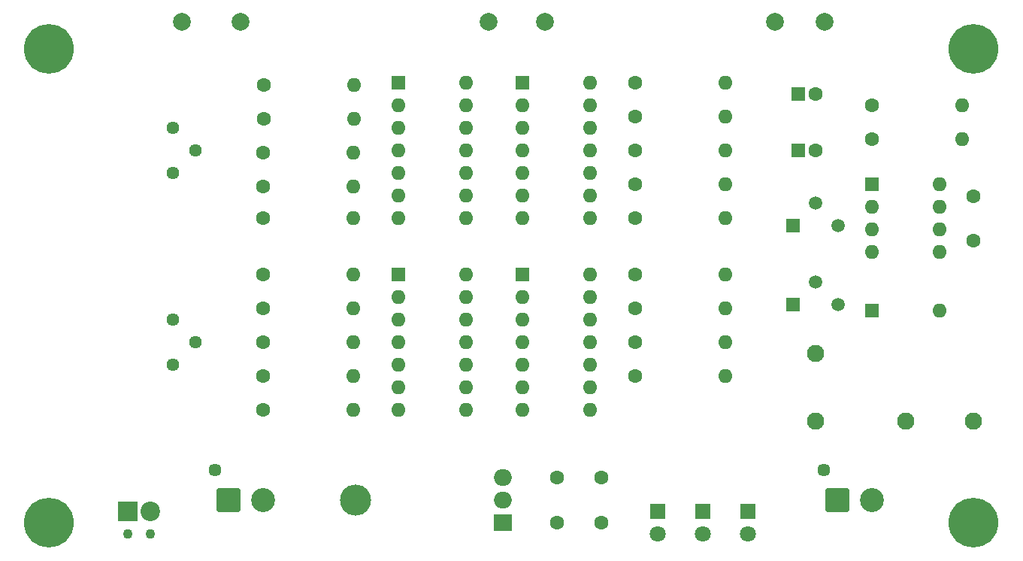
<source format=gts>
%TF.GenerationSoftware,KiCad,Pcbnew,7.0.8*%
%TF.CreationDate,2024-06-10T01:14:45+01:00*%
%TF.ProjectId,BSPD_ManchesterStingerMotorsports,42535044-5f4d-4616-9e63-686573746572,V3.0*%
%TF.SameCoordinates,Original*%
%TF.FileFunction,Soldermask,Top*%
%TF.FilePolarity,Negative*%
%FSLAX46Y46*%
G04 Gerber Fmt 4.6, Leading zero omitted, Abs format (unit mm)*
G04 Created by KiCad (PCBNEW 7.0.8) date 2024-06-10 01:14:45*
%MOMM*%
%LPD*%
G01*
G04 APERTURE LIST*
G04 Aperture macros list*
%AMRoundRect*
0 Rectangle with rounded corners*
0 $1 Rounding radius*
0 $2 $3 $4 $5 $6 $7 $8 $9 X,Y pos of 4 corners*
0 Add a 4 corners polygon primitive as box body*
4,1,4,$2,$3,$4,$5,$6,$7,$8,$9,$2,$3,0*
0 Add four circle primitives for the rounded corners*
1,1,$1+$1,$2,$3*
1,1,$1+$1,$4,$5*
1,1,$1+$1,$6,$7*
1,1,$1+$1,$8,$9*
0 Add four rect primitives between the rounded corners*
20,1,$1+$1,$2,$3,$4,$5,0*
20,1,$1+$1,$4,$5,$6,$7,0*
20,1,$1+$1,$6,$7,$8,$9,0*
20,1,$1+$1,$8,$9,$2,$3,0*%
G04 Aperture macros list end*
%ADD10R,1.600000X1.600000*%
%ADD11O,1.600000X1.600000*%
%ADD12C,1.600000*%
%ADD13R,1.800000X1.800000*%
%ADD14C,1.800000*%
%ADD15R,1.500000X1.500000*%
%ADD16C,1.500000*%
%ADD17C,1.440000*%
%ADD18C,5.600000*%
%ADD19C,1.100000*%
%ADD20R,2.200000X2.200000*%
%ADD21C,2.200000*%
%ADD22C,2.000000*%
%ADD23C,1.450000*%
%ADD24RoundRect,0.250001X-1.099999X-1.099999X1.099999X-1.099999X1.099999X1.099999X-1.099999X1.099999X0*%
%ADD25C,2.700000*%
%ADD26O,3.500000X3.500000*%
%ADD27R,2.000000X1.905000*%
%ADD28O,2.000000X1.905000*%
%ADD29C,1.950000*%
G04 APERTURE END LIST*
D10*
%TO.C,U4*%
X58420000Y54610000D03*
D11*
X58420000Y52070000D03*
X58420000Y49530000D03*
X58420000Y46990000D03*
X58420000Y44450000D03*
X58420000Y41910000D03*
X58420000Y39370000D03*
X66040000Y39370000D03*
X66040000Y41910000D03*
X66040000Y44450000D03*
X66040000Y46990000D03*
X66040000Y49530000D03*
X66040000Y52070000D03*
X66040000Y54610000D03*
%TD*%
D12*
%TO.C,R13*%
X71120000Y39370000D03*
D11*
X81280000Y39370000D03*
%TD*%
D12*
%TO.C,R12*%
X71120000Y25400000D03*
D11*
X81280000Y25400000D03*
%TD*%
D13*
%TO.C,D1*%
X73660000Y6350000D03*
D14*
X73660000Y3810000D03*
%TD*%
D15*
%TO.C,Q1*%
X88890000Y38520000D03*
D16*
X91430000Y41060000D03*
X93970000Y38520000D03*
%TD*%
D10*
%TO.C,C4*%
X89440000Y46990000D03*
D12*
X91440000Y46990000D03*
%TD*%
D17*
%TO.C,RV2*%
X19050000Y22860000D03*
X21590000Y25400000D03*
X19050000Y27940000D03*
%TD*%
D13*
%TO.C,D2*%
X78740000Y6350000D03*
D14*
X78740000Y3810000D03*
%TD*%
D10*
%TO.C,U2*%
X44450000Y33025000D03*
D11*
X44450000Y30485000D03*
X44450000Y27945000D03*
X44450000Y25405000D03*
X44450000Y22865000D03*
X44450000Y20325000D03*
X44450000Y17785000D03*
X52070000Y17785000D03*
X52070000Y20325000D03*
X52070000Y22865000D03*
X52070000Y25405000D03*
X52070000Y27945000D03*
X52070000Y30485000D03*
X52070000Y33025000D03*
%TD*%
D18*
%TO.C,H4*%
X5080000Y5080000D03*
%TD*%
D12*
%TO.C,C3*%
X62270000Y10160000D03*
X67270000Y10160000D03*
%TD*%
D19*
%TO.C,J2*%
X13970000Y3810000D03*
X16510000Y3810000D03*
D20*
X13970000Y6350000D03*
D21*
X16510000Y6350000D03*
%TD*%
D22*
%TO.C,TP2*%
X20066000Y61468000D03*
%TD*%
D23*
%TO.C,J3*%
X92330000Y11020000D03*
D24*
X93830000Y7620000D03*
D25*
X97790000Y7620000D03*
%TD*%
D12*
%TO.C,R4*%
X29210000Y21590000D03*
D11*
X39370000Y21590000D03*
%TD*%
D10*
%TO.C,D4*%
X97790000Y28956000D03*
D11*
X105410000Y28956000D03*
%TD*%
D10*
%TO.C,C1*%
X89440000Y53340000D03*
D12*
X91440000Y53340000D03*
%TD*%
%TO.C,C5*%
X109220000Y36870000D03*
X109220000Y41870000D03*
%TD*%
D22*
%TO.C,TP3*%
X60960000Y61468000D03*
%TD*%
%TO.C,TP6*%
X92456000Y61468000D03*
%TD*%
D12*
%TO.C,R9*%
X29210000Y42940000D03*
D11*
X39370000Y42940000D03*
%TD*%
D12*
%TO.C,R19*%
X97790000Y48260000D03*
D11*
X107950000Y48260000D03*
%TD*%
D26*
%TO.C,U5*%
X39560000Y7620000D03*
D27*
X56220000Y5080000D03*
D28*
X56220000Y7620000D03*
X56220000Y10160000D03*
%TD*%
D12*
%TO.C,R15*%
X71120000Y46990000D03*
D11*
X81280000Y46990000D03*
%TD*%
D12*
%TO.C,R5*%
X29220000Y50565000D03*
D11*
X39380000Y50565000D03*
%TD*%
D12*
%TO.C,R6*%
X29210000Y17780000D03*
D11*
X39370000Y17780000D03*
%TD*%
D12*
%TO.C,C2*%
X62270000Y5080000D03*
X67270000Y5080000D03*
%TD*%
D23*
%TO.C,J1*%
X23750000Y11020000D03*
D24*
X25250000Y7620000D03*
D25*
X29210000Y7620000D03*
%TD*%
D13*
%TO.C,D3*%
X83820000Y6350000D03*
D14*
X83820000Y3810000D03*
%TD*%
D12*
%TO.C,R10*%
X29210000Y25400000D03*
D11*
X39370000Y25400000D03*
%TD*%
D18*
%TO.C,H3*%
X5080000Y58420000D03*
%TD*%
D10*
%TO.C,U6*%
X97790000Y43180000D03*
D11*
X97790000Y40640000D03*
X97790000Y38100000D03*
X97790000Y35560000D03*
X105410000Y35560000D03*
X105410000Y38100000D03*
X105410000Y40640000D03*
X105410000Y43180000D03*
%TD*%
D10*
%TO.C,U1*%
X44450000Y54615000D03*
D11*
X44450000Y52075000D03*
X44450000Y49535000D03*
X44450000Y46995000D03*
X44450000Y44455000D03*
X44450000Y41915000D03*
X44450000Y39375000D03*
X52070000Y39375000D03*
X52070000Y41915000D03*
X52070000Y44455000D03*
X52070000Y46995000D03*
X52070000Y49535000D03*
X52070000Y52075000D03*
X52070000Y54615000D03*
%TD*%
D22*
%TO.C,TP4*%
X54610000Y61468000D03*
%TD*%
D12*
%TO.C,R2*%
X29210000Y29210000D03*
D11*
X39370000Y29210000D03*
%TD*%
D12*
%TO.C,R7*%
X29210000Y39370000D03*
D11*
X39370000Y39370000D03*
%TD*%
D18*
%TO.C,H1*%
X109220000Y58420000D03*
%TD*%
D12*
%TO.C,R14*%
X71120000Y29210000D03*
D11*
X81280000Y29210000D03*
%TD*%
D29*
%TO.C,K1*%
X91440000Y16510000D03*
X101600000Y16510000D03*
X109220000Y16510000D03*
X91440000Y24130000D03*
%TD*%
D12*
%TO.C,R11*%
X71120000Y21590000D03*
D11*
X81280000Y21590000D03*
%TD*%
D17*
%TO.C,RV1*%
X19050000Y44450000D03*
X21590000Y46990000D03*
X19050000Y49530000D03*
%TD*%
D12*
%TO.C,R21*%
X71120000Y33020000D03*
D11*
X81280000Y33020000D03*
%TD*%
D12*
%TO.C,R1*%
X29210000Y46750000D03*
D11*
X39370000Y46750000D03*
%TD*%
D12*
%TO.C,R16*%
X71120000Y54610000D03*
D11*
X81280000Y54610000D03*
%TD*%
D22*
%TO.C,TP5*%
X86868000Y61468000D03*
%TD*%
%TO.C,TP1*%
X26670000Y61468000D03*
%TD*%
D12*
%TO.C,R20*%
X97790000Y52070000D03*
D11*
X107950000Y52070000D03*
%TD*%
D12*
%TO.C,R17*%
X71120000Y50800000D03*
D11*
X81280000Y50800000D03*
%TD*%
D12*
%TO.C,R3*%
X29220000Y54375000D03*
D11*
X39380000Y54375000D03*
%TD*%
D15*
%TO.C,Q2*%
X88890000Y29630000D03*
D16*
X91430000Y32170000D03*
X93970000Y29630000D03*
%TD*%
D12*
%TO.C,R18*%
X71120000Y43180000D03*
D11*
X81280000Y43180000D03*
%TD*%
D12*
%TO.C,R8*%
X29210000Y33020000D03*
D11*
X39370000Y33020000D03*
%TD*%
D10*
%TO.C,U3*%
X58420000Y33020000D03*
D11*
X58420000Y30480000D03*
X58420000Y27940000D03*
X58420000Y25400000D03*
X58420000Y22860000D03*
X58420000Y20320000D03*
X58420000Y17780000D03*
X66040000Y17780000D03*
X66040000Y20320000D03*
X66040000Y22860000D03*
X66040000Y25400000D03*
X66040000Y27940000D03*
X66040000Y30480000D03*
X66040000Y33020000D03*
%TD*%
D18*
%TO.C,H2*%
X109220000Y5080000D03*
%TD*%
M02*

</source>
